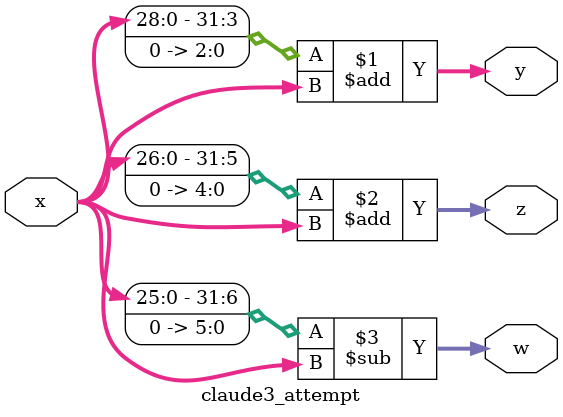
<source format=v>

module claude3_attempt(
    input [31:0] x,
    output [31:0] y,
    output [31:0] z,
    output [31:0] w
);

assign y = {x[28:0], 3'b000} + x;
assign z = {x[26:0], 5'b00000} + x;
assign w = {x[25:0], 6'b000000} - x;

endmodule

</source>
